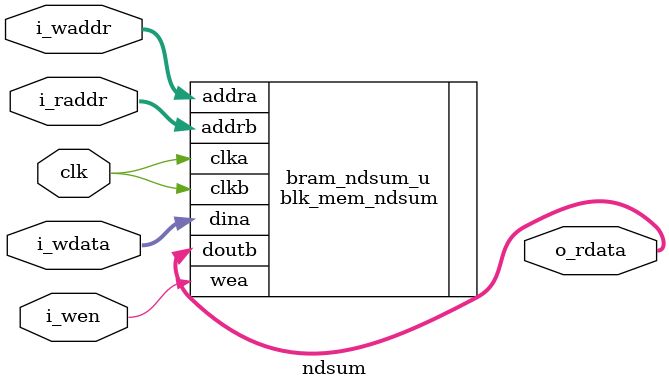
<source format=v>

module ndsum
#(
    parameter   WORDSIZE=32,
                ADDRSIZE=32
)
(
    input                   clk,
    input                   i_wen,
    input  [ADDRSIZE-1:0]   i_waddr,
    input  [WORDSIZE-1:0]   i_wdata,
    input  [ADDRSIZE-1:0]   i_raddr,
    output [WORDSIZE-1:0]   o_rdata
);

    blk_mem_ndsum bram_ndsum_u (
        .clka   (clk),
        .wea    (i_wen),
        .addra  (i_waddr),
        .dina   (i_wdata),
        .clkb   (clk),
        .addrb  (i_raddr),
        .doutb  (o_rdata)
    );

endmodule

</source>
